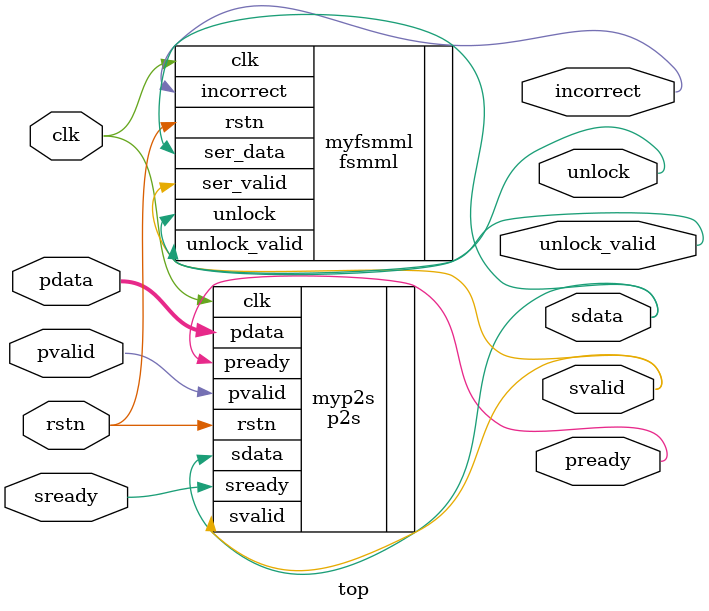
<source format=sv>
module top #(N=4)(
	input logic pvalid, sready, clk, rstn, // inputs to p2s module
	input logic [N-1:0]pdata,
	output logic pready, svalid, sdata,
	output logic unlock_valid, unlock, incorrect //outputs of fsmml module
);


// p2s instance
p2s #(.N(N)) myp2s (
	.clk(clk),
	.rstn(rstn),
	.pvalid(pvalid),
	.sready(sready),
	.pdata(pdata),
	.pready(pready),
	.svalid(svalid),
	.sdata(sdata)
);

// fsmml instance
fsmml myfsmml (
	.clk(clk), 
	.rstn(rstn), 
	.ser_valid(svalid), 
	.ser_data(sdata), 
	.unlock_valid(unlock_valid), 
	.unlock(unlock), 
	.incorrect(incorrect)
);
	
	
endmodule
	
	
	
	
</source>
